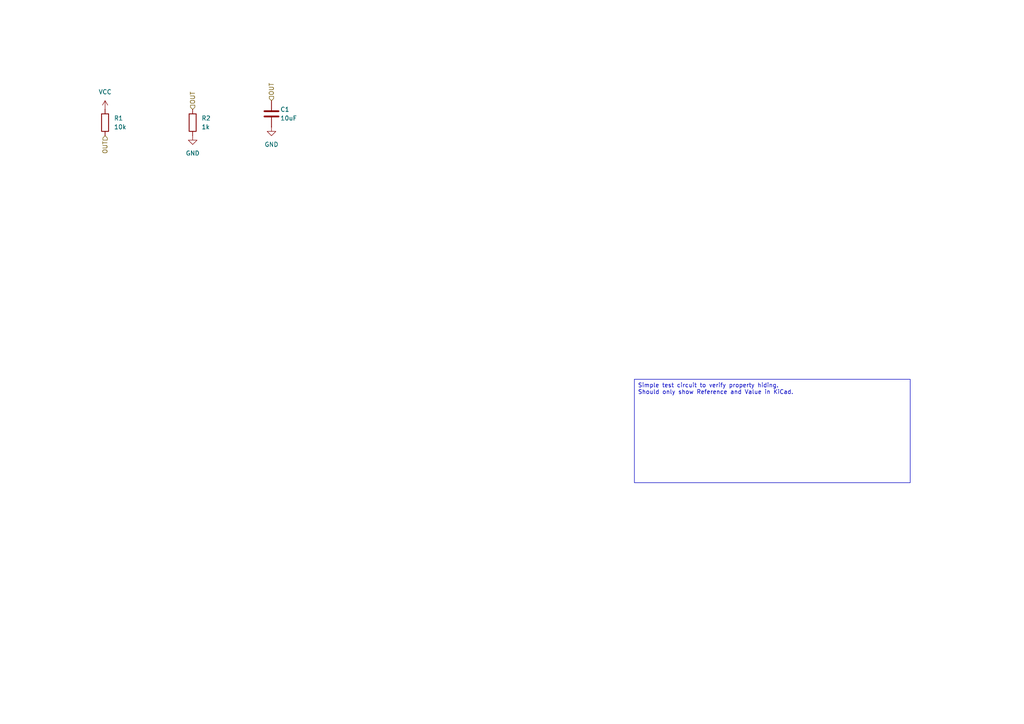
<source format=kicad_sch>
(kicad_sch (version 20250114) (generator "circuit_synth") (generator_version "0.8.36")
  (paper "A4")
  (title_block (title "Property_Hide_Test"))
  (lib_symbols
    (symbol "Device:R" (pin_numbers (hide yes)) (pin_names (offset 0))
      (property "Reference" "R" (at 2.032 0 90))
      (property "Value" "R" (at 0 0 90))
      (symbol "R_0_1"
        (rectangle (start -1.016 -2.54) (end 1.016 2.54) (stroke (width 0.254)))
      )
      (symbol "R_1_1"
        (pin passive line (at 0 3.81 270) (length 1.27) (name "~") (number "1"))
        (pin passive line (at 0 -3.81 90) (length 1.27) (name "~") (number "2"))
      )
    )
    (symbol "Device:C" (pin_numbers (hide yes)) (pin_names (offset 0.254))
      (property "Reference" "C" (at 0.635 2.54 0))
      (property "Value" "C" (at 0.635 -2.54 0))
      (symbol "C_0_1"
        (polyline (pts (xy -2.032 0.762) (xy 2.032 0.762)) (stroke (width 0.508)))
        (polyline (pts (xy -2.032 -0.762) (xy 2.032 -0.762)) (stroke (width 0.508)))
      )
      (symbol "C_1_1"
        (pin passive line (at 0 3.81 270) (length 2.794) (name "~") (number "1"))
        (pin passive line (at 0 -3.81 90) (length 2.794) (name "~") (number "2"))
      )
    )
    (symbol "power:VCC" (power) (pin_numbers (hide yes)) (pin_names (offset 0) (hide yes))
      (property "Value" "VCC" (at 0 3.556 0))
      (symbol "VCC_0_1"
        (polyline (pts (xy -0.762 1.27) (xy 0 2.54)))
        (polyline (pts (xy 0 2.54) (xy 0.762 1.27)))
        (polyline (pts (xy 0 0) (xy 0 2.54)))
      )
      (symbol "VCC_1_1"
        (pin power_in line (at 0 0 90) (length 0) (name "~") (number "1"))
      )
    )
    (symbol "power:GND" (power) (pin_numbers (hide yes)) (pin_names (offset 0) (hide yes))
      (property "Value" "GND" (at 0 -3.81 0))
      (symbol "GND_0_1"
        (polyline (pts (xy 0 0) (xy 0 -1.27) (xy 1.27 -1.27) (xy 0 -2.54) (xy -1.27 -1.27) (xy 0 -1.27)))
      )
      (symbol "GND_1_1"
        (pin power_in line (at 0 0 270) (length 0) (name "~") (number "1"))
      )
    )
  )
  (symbol (lib_id "Device:R") (at 30.48 35.56 0) (unit 1)
    (property "Reference" "R1" (at 33.02 34.2899 0) (effects (justify left)))
    (property "Value" "10k" (at 33.02 36.8299 0) (effects (justify left)))
    (property "Footprint" "Resistor_SMD:R_0603_1608Metric" (effects (hide yes)))
    (property "hierarchy_path" "/522e01db-6446-464a-8f11-3a323c608df0" (effects (hide yes)))
    (property "project_name" "Property_Hide_Test" (effects (hide yes)))
    (property "root_uuid" "522e01db-6446-464a-8f11-3a323c608df0" (effects (hide yes)))
  )
  (symbol (lib_id "Device:R") (at 55.88 35.56 0) (unit 1)
    (property "Reference" "R2" (at 58.42 34.2899 0) (effects (justify left)))
    (property "Value" "1k" (at 58.42 36.8299 0) (effects (justify left)))
    (property "Footprint" "Resistor_SMD:R_0603_1608Metric" (effects (hide yes)))
    (property "hierarchy_path" "/522e01db-6446-464a-8f11-3a323c608df0" (effects (hide yes)))
    (property "project_name" "Property_Hide_Test" (effects (hide yes)))
    (property "root_uuid" "522e01db-6446-464a-8f11-3a323c608df0" (effects (hide yes)))
  )
  (symbol (lib_id "Device:C") (at 78.74 33.02 0) (unit 1)
    (property "Reference" "C1" (at 81.28 31.7499 0) (effects (justify left)))
    (property "Value" "10uF" (at 81.28 34.2899 0) (effects (justify left)))
    (property "Footprint" "Capacitor_SMD:C_0805_2012Metric" (effects (hide yes)))
    (property "hierarchy_path" "/522e01db-6446-464a-8f11-3a323c608df0" (effects (hide yes)))
    (property "project_name" "Property_Hide_Test" (effects (hide yes)))
    (property "root_uuid" "522e01db-6446-464a-8f11-3a323c608df0" (effects (hide yes)))
  )
  (symbol (lib_id "power:VCC") (at 30.48 31.75 0) (unit 1)
    (property "Reference" "#PWR001" (effects (hide yes)))
    (property "Value" "VCC" (at 30.48 26.67 0))
  )
  (symbol (lib_id "power:GND") (at 55.88 39.37 0) (unit 1)
    (property "Reference" "#PWR002" (effects (hide yes)))
    (property "Value" "GND" (at 55.88 44.45 0))
  )
  (symbol (lib_id "power:GND") (at 78.74 36.83 0) (unit 1)
    (property "Reference" "#PWR003" (effects (hide yes)))
    (property "Value" "GND" (at 78.74 41.910000000000004 0))
  )
  (hierarchical_label "OUT" (shape input) (at 30.48 39.37 270))
  (hierarchical_label "OUT" (shape input) (at 55.88 31.75 90))
  (hierarchical_label "OUT" (shape input) (at 78.74 29.21 90))
  (text_box "Simple test circuit to verify property hiding.\nShould only show Reference and Value in KiCad." (at 184 110 0) (size 80 30) (margins 1 1 1 1) (effects (font (size 1.2 1.2)) (justify left top)))
)
</source>
